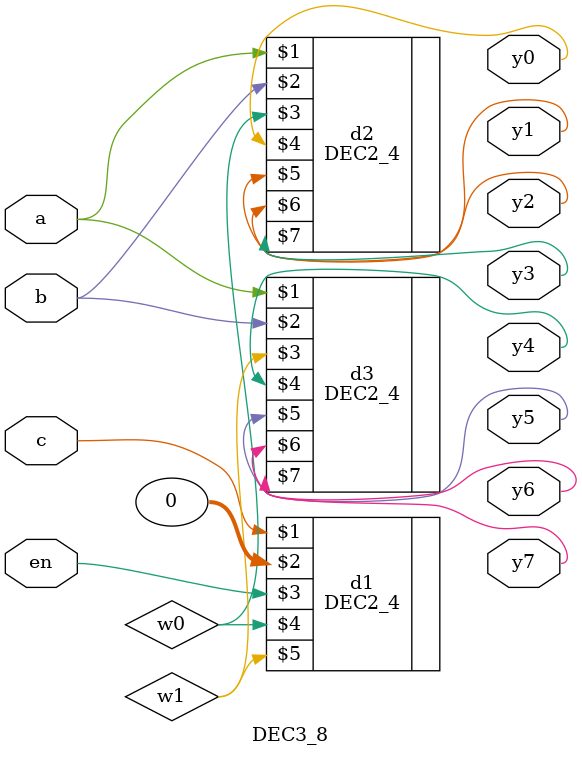
<source format=v>
`timescale 1ns / 1ps


module DEC3_8(
    input en,
    input a,
    input b,
    input c,
    output y0,
    output y1,
    output y2,
    output y3,
    output y4,
    output y5,
    output y6,
    output y7
    );
    
    wire w0, w1;
    
    DEC2_4 d1(c, 0, en, w0, w1),
           d2(a, b, w0, y0, y1, y2, y3),
           d3(a, b, w1, y4, y5, y6, y7);
    
endmodule

</source>
